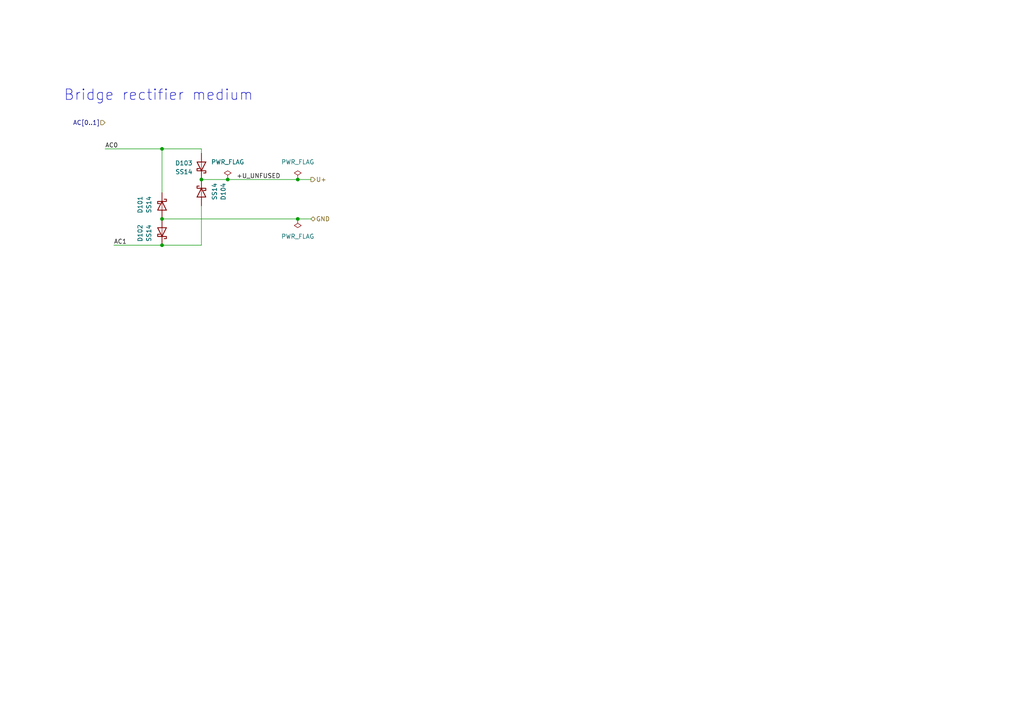
<source format=kicad_sch>
(kicad_sch (version 20231120) (generator "eeschema") (generator_version "8.0")
  (paper "A4")
  (title_block (title "xDuinoRail - LocDecoder - Development Kit") (date "2024-10-09") (rev "v0.2") (company "Chatelain Engineering, Bern - CH"))
  (lib_symbols
    (symbol "Diode:SS14" (pin_numbers hide) (pin_names (offset 1.016) hide)
      (property "Reference" "D" (at 0 2.54 0))
      (property "Value" "SS14" (at 0 -2.54 0))
      (symbol "SS14_0_1"
        (polyline (pts (xy 1.27 0) (xy -1.27 0)))
        (polyline (pts (xy 1.27 1.27) (xy 1.27 -1.27) (xy -1.27 0) (xy 1.27 1.27)) (stroke (width 0.254)))
        (polyline (pts (xy -1.905 0.635) (xy -1.905 1.27) (xy -1.27 1.27) (xy -1.27 -1.27) (xy -0.635 -1.27) (xy -0.635 -0.635)) (stroke (width 0.254)))
      )
      (symbol "SS14_1_1"
        (pin passive line (at -3.81 0 0) (length 2.54) (name "K") (number "1"))
        (pin passive line (at 3.81 0 180) (length 2.54) (name "A") (number "2"))
      )
    )
    (symbol "power:PWR_FLAG" (power) (pin_numbers hide) (pin_names (offset 0) hide)
      (property "Value" "PWR_FLAG" (at 0 3.81 0))
      (symbol "PWR_FLAG_0_0"
        (pin power_out line (at 0 0 90) (length 0) (name "~") (number "1"))
      )
      (symbol "PWR_FLAG_0_1"
        (polyline (pts (xy 0 0) (xy 0 1.27) (xy -1.016 1.905) (xy 0 2.54) (xy 1.016 1.905) (xy 0 1.27)))
      )
    )
  )
  (junction (at 46.99 63.5))
  (junction (at 46.99 43.18))
  (junction (at 86.36 52.07))
  (junction (at 58.42 52.07))
  (junction (at 66.04 52.07))
  (junction (at 86.36 63.5))
  (junction (at 46.99 71.12))
  (wire (pts (xy 58.42 59.69) (xy 58.42 71.12)))
  (wire (pts (xy 58.42 52.07) (xy 66.04 52.07)))
  (wire (pts (xy 58.42 43.18) (xy 58.42 44.45)))
  (wire (pts (xy 46.99 55.88) (xy 46.99 43.18)))
  (wire (pts (xy 33.02 71.12) (xy 46.99 71.12)))
  (wire (pts (xy 46.99 43.18) (xy 58.42 43.18)))
  (wire (pts (xy 86.36 52.07) (xy 90.17 52.07)))
  (wire (pts (xy 30.48 43.18) (xy 46.99 43.18)))
  (wire (pts (xy 66.04 52.07) (xy 86.36 52.07)))
  (wire (pts (xy 58.42 71.12) (xy 46.99 71.12)))
  (wire (pts (xy 86.36 63.5) (xy 90.17 63.5)))
  (wire (pts (xy 46.99 63.5) (xy 86.36 63.5)))
  (text "Bridge rectifier medium\n" (at 45.974 27.686 0) (effects (font (size 3.048 3.048))))
  (label "+U_UNFUSED" (at 68.58 52.07 0))
  (label "AC0" (at 30.48 43.18 0))
  (label "AC1" (at 33.02 71.12 0))
  (hierarchical_label "GND" (shape bidirectional) (at 90.17 63.5 0))
  (hierarchical_label "U+" (shape output) (at 90.17 52.07 0))
  (hierarchical_label "AC[0..1]" (shape input) (at 30.48 35.56 180))
  (symbol (lib_id "Diode:SS14") (at 58.42 48.26 270) (mirror x) (unit 1)
    (property "Reference" "D103" (at 55.88 47.3074 90) (effects (justify right)))
    (property "Value" "SS14" (at 55.88 49.8474 90) (effects (justify right)))
    (property "Footprint" "Diode_SMD:D_SMA" (effects (hide yes)))
    (property "Datasheet" "https://www.vishay.com/docs/88746/ss12.pdf" (effects (hide yes)))
    (property "Description" "40V 1A Schottky Diode, SMA" (effects (hide yes)))
    (property "OLI_ID" "SS14_SMA" (effects (hide yes)))
    (property "Sim.Device" "D" (effects (hide yes)))
    (property "Sim.Pins" "1=K 2=A" (effects (hide yes)))
  )
  (symbol (lib_id "power:PWR_FLAG") (at 66.04 52.07 0) (unit 1)
    (property "Reference" "#FLG0101" (effects (hide yes)))
    (property "Value" "PWR_FLAG" (at 66.04 46.99 0))
    (property "Description" "Special symbol for telling ERC where power comes from" (effects (hide yes)))
  )
  (symbol (lib_id "Diode:SS14") (at 58.42 55.88 90) (mirror x) (unit 1)
    (property "Reference" "D104" (at 64.77 55.5625 0))
    (property "Value" "SS14" (at 62.23 55.5625 0))
    (property "Footprint" "Diode_SMD:D_SMA" (effects (hide yes)))
    (property "Datasheet" "https://www.vishay.com/docs/88746/ss12.pdf" (effects (hide yes)))
    (property "Description" "40V 1A Schottky Diode, SMA" (effects (hide yes)))
    (property "OLI_ID" "SS14_SMA" (effects (hide yes)))
    (property "Sim.Device" "D" (effects (hide yes)))
    (property "Sim.Pins" "1=K 2=A" (effects (hide yes)))
  )
  (symbol (lib_id "power:PWR_FLAG") (at 86.36 52.07 0) (unit 1)
    (property "Reference" "#FLG0102" (effects (hide yes)))
    (property "Value" "PWR_FLAG" (at 86.36 46.99 0))
    (property "Description" "Special symbol for telling ERC where power comes from" (effects (hide yes)))
  )
  (symbol (lib_id "Diode:SS14") (at 46.99 67.31 270) (mirror x) (unit 1)
    (property "Reference" "D102" (at 40.64 67.6275 0))
    (property "Value" "SS14" (at 43.18 67.6275 0))
    (property "Footprint" "Diode_SMD:D_SMA" (effects (hide yes)))
    (property "Datasheet" "https://www.vishay.com/docs/88746/ss12.pdf" (effects (hide yes)))
    (property "Description" "40V 1A Schottky Diode, SMA" (effects (hide yes)))
    (property "OLI_ID" "SS14_SMA" (effects (hide yes)))
    (property "Sim.Device" "D" (effects (hide yes)))
    (property "Sim.Pins" "1=K 2=A" (effects (hide yes)))
  )
  (symbol (lib_id "Diode:SS14") (at 46.99 59.69 270) (unit 1)
    (property "Reference" "D101" (at 40.64 59.3725 0))
    (property "Value" "SS14" (at 43.18 59.3725 0))
    (property "Footprint" "Diode_SMD:D_SMA" (effects (hide yes)))
    (property "Datasheet" "https://www.vishay.com/docs/88746/ss12.pdf" (effects (hide yes)))
    (property "Description" "40V 1A Schottky Diode, SMA" (effects (hide yes)))
    (property "OLI_ID" "SS14_SMA" (effects (hide yes)))
    (property "Sim.Device" "D" (effects (hide yes)))
    (property "Sim.Pins" "1=K 2=A" (effects (hide yes)))
  )
  (symbol (lib_id "power:PWR_FLAG") (at 86.36 63.5 180) (unit 1)
    (property "Reference" "#FLG0103" (effects (hide yes)))
    (property "Value" "PWR_FLAG" (at 86.36 68.58 0))
    (property "Description" "Special symbol for telling ERC where power comes from" (effects (hide yes)))
  )
)
</source>
